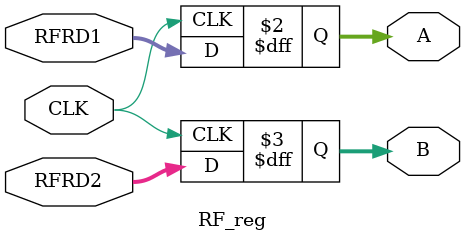
<source format=v>
`timescale 1ns / 1ps

module RF_reg(RFRD1,RFRD2,A,B,CLK);
    input CLK;
    input [31:0] RFRD1,RFRD2;
    output reg [31:0] A,B;
	always @(posedge CLK)
	 begin
			A <= RFRD1;
			B <= RFRD2;
	end
endmodule

</source>
